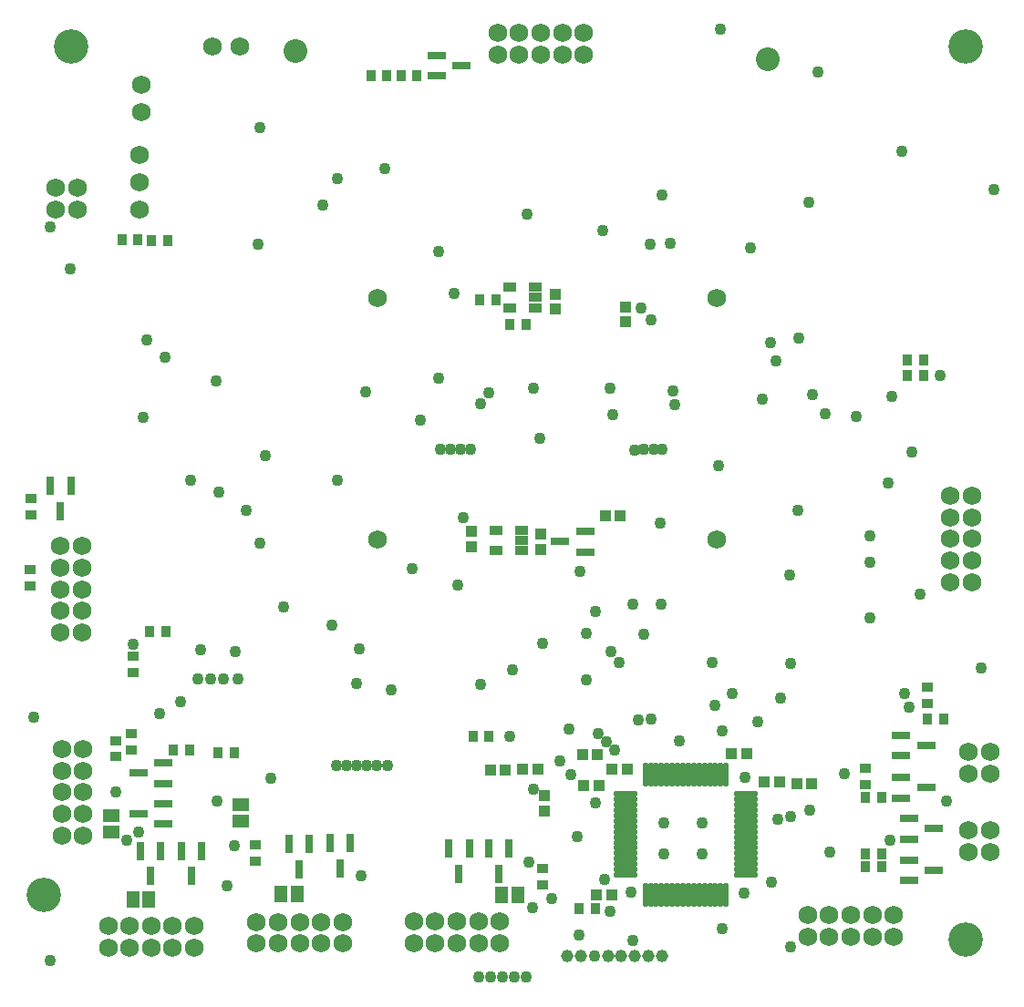
<source format=gbr>
%TF.GenerationSoftware,Altium Limited,Altium Designer,18.1.7 (191)*%
G04 Layer_Color=16711935*
%FSLAX43Y43*%
%MOMM*%
%TF.FileFunction,Soldermask,Bot*%
%TF.Part,Single*%
G01*
G75*
%TA.AperFunction,SMDPad,CuDef*%
%ADD76O,2.303X0.503*%
%ADD77O,0.503X2.303*%
%ADD78R,0.903X1.103*%
%ADD79R,1.653X0.803*%
%ADD80R,1.603X1.303*%
%ADD81R,0.803X1.653*%
%ADD82R,1.103X0.903*%
%ADD83R,1.303X1.603*%
%ADD84R,1.303X0.853*%
%ADD85R,1.003X1.103*%
%ADD86R,1.103X1.003*%
%TA.AperFunction,ComponentPad*%
%ADD87C,1.727*%
%TA.AperFunction,ViaPad*%
%ADD88C,2.203*%
%ADD89C,3.203*%
%TA.AperFunction,ComponentPad*%
%ADD90C,1.153*%
%ADD91C,1.103*%
%TA.AperFunction,ViaPad*%
%ADD92C,1.103*%
D76*
X83950Y34350D02*
D03*
Y34850D02*
D03*
Y33350D02*
D03*
Y33850D02*
D03*
Y31350D02*
D03*
Y31850D02*
D03*
Y30850D02*
D03*
Y32850D02*
D03*
Y32350D02*
D03*
Y29850D02*
D03*
Y30350D02*
D03*
Y27850D02*
D03*
Y28350D02*
D03*
Y27350D02*
D03*
Y29350D02*
D03*
Y28850D02*
D03*
X72750Y34850D02*
D03*
Y34350D02*
D03*
Y32350D02*
D03*
Y32850D02*
D03*
Y31850D02*
D03*
Y33850D02*
D03*
Y33350D02*
D03*
Y29850D02*
D03*
Y30350D02*
D03*
Y29350D02*
D03*
Y31350D02*
D03*
Y30850D02*
D03*
Y28850D02*
D03*
Y28350D02*
D03*
Y27850D02*
D03*
Y27350D02*
D03*
D77*
X82100Y36700D02*
D03*
X81600D02*
D03*
X80600D02*
D03*
X80100D02*
D03*
X81100D02*
D03*
X79100D02*
D03*
X79600D02*
D03*
X78600D02*
D03*
X78100D02*
D03*
X77600D02*
D03*
X79100Y25500D02*
D03*
X78600D02*
D03*
X79600D02*
D03*
X77600D02*
D03*
X78100D02*
D03*
X81600D02*
D03*
X81100D02*
D03*
X82100D02*
D03*
X80100D02*
D03*
X80600D02*
D03*
X76600Y36700D02*
D03*
X76100D02*
D03*
X77100D02*
D03*
X74600D02*
D03*
X75600D02*
D03*
X75100D02*
D03*
X76600Y25500D02*
D03*
X77100D02*
D03*
X75600D02*
D03*
X75100D02*
D03*
X76100D02*
D03*
X74600D02*
D03*
D78*
X30775Y38950D02*
D03*
X32275D02*
D03*
X60100Y40250D02*
D03*
X58600D02*
D03*
X34925Y38700D02*
D03*
X36425D02*
D03*
X95025Y29300D02*
D03*
X96525D02*
D03*
X50625Y101575D02*
D03*
X49125D02*
D03*
X30275Y86300D02*
D03*
X28775D02*
D03*
X27500Y86325D02*
D03*
X26000D02*
D03*
X95050Y34525D02*
D03*
X96550D02*
D03*
X51900Y101575D02*
D03*
X53400D02*
D03*
X95075Y28075D02*
D03*
X96575D02*
D03*
X60750Y80800D02*
D03*
X59250D02*
D03*
X62025Y78500D02*
D03*
X63525D02*
D03*
X68475Y24175D02*
D03*
X69975D02*
D03*
X98950Y75200D02*
D03*
X100450D02*
D03*
X98950Y73725D02*
D03*
X100450D02*
D03*
X30100Y49975D02*
D03*
X28600D02*
D03*
X102300Y41800D02*
D03*
X100800D02*
D03*
D79*
X29875Y37750D02*
D03*
Y35850D02*
D03*
X27525Y36800D02*
D03*
X29875Y33950D02*
D03*
Y32050D02*
D03*
X27525Y33000D02*
D03*
X101425Y31625D02*
D03*
X99075Y32575D02*
D03*
Y30675D02*
D03*
X100675Y39375D02*
D03*
X98325Y40325D02*
D03*
Y38425D02*
D03*
X57550Y102525D02*
D03*
X55200Y103475D02*
D03*
Y101575D02*
D03*
X66700Y58300D02*
D03*
X69050Y57350D02*
D03*
Y59250D02*
D03*
X100675Y35450D02*
D03*
X98325Y36400D02*
D03*
Y34500D02*
D03*
X101425Y27775D02*
D03*
X99075Y28725D02*
D03*
Y26825D02*
D03*
D80*
X24975Y32850D02*
D03*
Y31350D02*
D03*
X37075Y32325D02*
D03*
Y33825D02*
D03*
D81*
X45300Y30325D02*
D03*
X47200D02*
D03*
X46250Y27975D02*
D03*
X60050Y29800D02*
D03*
X61950D02*
D03*
X61000Y27450D02*
D03*
X27725Y29575D02*
D03*
X29625D02*
D03*
X28675Y27225D02*
D03*
X41525Y30200D02*
D03*
X43425D02*
D03*
X42475Y27850D02*
D03*
X20300Y61125D02*
D03*
X21250Y63475D02*
D03*
X19350D02*
D03*
X56350Y29800D02*
D03*
X58250D02*
D03*
X57300Y27450D02*
D03*
X31500Y29575D02*
D03*
X33400D02*
D03*
X32450Y27225D02*
D03*
D82*
X38375Y28600D02*
D03*
Y30100D02*
D03*
X65075Y27925D02*
D03*
Y26425D02*
D03*
X26850Y40475D02*
D03*
Y38975D02*
D03*
X95050Y35750D02*
D03*
Y37250D02*
D03*
X17500Y55675D02*
D03*
Y54175D02*
D03*
X25475Y38325D02*
D03*
Y39825D02*
D03*
X17600Y60825D02*
D03*
Y62325D02*
D03*
X27050Y46150D02*
D03*
Y47650D02*
D03*
X100800Y44750D02*
D03*
Y43250D02*
D03*
D83*
X62775Y25500D02*
D03*
X61275D02*
D03*
X27025Y25075D02*
D03*
X28525D02*
D03*
X40750Y25550D02*
D03*
X42250D02*
D03*
D84*
X60750Y59375D02*
D03*
Y57475D02*
D03*
X63150D02*
D03*
Y58425D02*
D03*
Y59375D02*
D03*
X61975Y81950D02*
D03*
Y80050D02*
D03*
X64375D02*
D03*
Y81000D02*
D03*
Y81950D02*
D03*
D85*
X82600Y38625D02*
D03*
X84000D02*
D03*
X60200Y37050D02*
D03*
X61600D02*
D03*
X72275Y60700D02*
D03*
X70875D02*
D03*
X85650Y35950D02*
D03*
X87050D02*
D03*
X90050Y35825D02*
D03*
X88650D02*
D03*
X63200Y37175D02*
D03*
X64600D02*
D03*
X68875Y35625D02*
D03*
X70275D02*
D03*
X71475Y25500D02*
D03*
X70075D02*
D03*
X70150Y38550D02*
D03*
X68750D02*
D03*
X72900Y37150D02*
D03*
X71500D02*
D03*
D86*
X65225Y34700D02*
D03*
Y33300D02*
D03*
X72725Y80125D02*
D03*
Y78725D02*
D03*
X58450Y59225D02*
D03*
Y57825D02*
D03*
X64875Y57600D02*
D03*
Y59000D02*
D03*
X66275Y81300D02*
D03*
Y79900D02*
D03*
D87*
X104625Y38750D02*
D03*
Y36750D02*
D03*
X106625Y38750D02*
D03*
Y36750D02*
D03*
X53100Y23000D02*
D03*
Y21000D02*
D03*
X55100Y23000D02*
D03*
Y21000D02*
D03*
X57100Y23000D02*
D03*
Y21000D02*
D03*
X59100Y23000D02*
D03*
Y21000D02*
D03*
X61100Y23000D02*
D03*
Y21000D02*
D03*
X20400Y39025D02*
D03*
X22400D02*
D03*
X20400Y37025D02*
D03*
X22400D02*
D03*
X20400Y35025D02*
D03*
X22400D02*
D03*
X20400Y33025D02*
D03*
X22400D02*
D03*
X20400Y31025D02*
D03*
X22400D02*
D03*
X27600Y89160D02*
D03*
Y91700D02*
D03*
Y94240D02*
D03*
X89675Y21625D02*
D03*
Y23625D02*
D03*
X91675Y21625D02*
D03*
Y23625D02*
D03*
X93675Y21625D02*
D03*
Y23625D02*
D03*
X95675Y21625D02*
D03*
Y23625D02*
D03*
X97675Y21625D02*
D03*
Y23625D02*
D03*
X104600Y31475D02*
D03*
Y29475D02*
D03*
X106600Y31475D02*
D03*
Y29475D02*
D03*
X27775Y98250D02*
D03*
Y100775D02*
D03*
X46500Y22975D02*
D03*
Y20975D02*
D03*
X44500Y22975D02*
D03*
Y20975D02*
D03*
X42500Y22975D02*
D03*
Y20975D02*
D03*
X40500Y22975D02*
D03*
Y20975D02*
D03*
X38500Y22975D02*
D03*
Y20975D02*
D03*
X32725Y22575D02*
D03*
Y20575D02*
D03*
X30725Y22575D02*
D03*
Y20575D02*
D03*
X28725Y22575D02*
D03*
Y20575D02*
D03*
X26725Y22575D02*
D03*
Y20575D02*
D03*
X24725Y22575D02*
D03*
Y20575D02*
D03*
X20275Y49875D02*
D03*
Y51875D02*
D03*
Y55875D02*
D03*
X22275Y51875D02*
D03*
X20275Y53875D02*
D03*
X22275Y49875D02*
D03*
Y53875D02*
D03*
X20275Y57875D02*
D03*
X22275Y55875D02*
D03*
Y57875D02*
D03*
X104900Y54550D02*
D03*
X102900D02*
D03*
X104900Y56550D02*
D03*
X102900D02*
D03*
X104900Y58550D02*
D03*
X102900D02*
D03*
X104900Y60550D02*
D03*
X102900D02*
D03*
X104900Y62550D02*
D03*
X102900D02*
D03*
X34400Y104325D02*
D03*
X36925D02*
D03*
X81250Y58500D02*
D03*
Y80900D02*
D03*
X49750D02*
D03*
Y58500D02*
D03*
X68900Y105575D02*
D03*
Y103575D02*
D03*
X66900Y105575D02*
D03*
Y103575D02*
D03*
X64900Y105575D02*
D03*
Y103575D02*
D03*
X62900Y105575D02*
D03*
Y103575D02*
D03*
X60900Y105575D02*
D03*
Y103575D02*
D03*
X21850Y89150D02*
D03*
Y91150D02*
D03*
X19850Y89150D02*
D03*
Y91150D02*
D03*
D88*
X85950Y103100D02*
D03*
X42125Y103875D02*
D03*
D89*
X104350Y21325D02*
D03*
X104325Y104350D02*
D03*
X21300Y104350D02*
D03*
X18775Y25525D02*
D03*
D90*
X76125Y19825D02*
D03*
X74875D02*
D03*
X73625D02*
D03*
X72375D02*
D03*
X71125D02*
D03*
X68625D02*
D03*
X67375D02*
D03*
D91*
X69875D02*
D03*
D92*
X50675Y37500D02*
D03*
X49650D02*
D03*
X46875Y37475D02*
D03*
X47825Y37500D02*
D03*
X45925D02*
D03*
X48700D02*
D03*
X39825Y36300D02*
D03*
X88825Y77225D02*
D03*
X84400Y85600D02*
D03*
X95450Y56425D02*
D03*
X88750Y61200D02*
D03*
X71450Y48075D02*
D03*
X60025Y72150D02*
D03*
X71350Y72575D02*
D03*
X26475Y30525D02*
D03*
X41000Y52225D02*
D03*
X45475Y50550D02*
D03*
X46025Y63975D02*
D03*
X48650Y72225D02*
D03*
X51025Y44550D02*
D03*
X47800Y45150D02*
D03*
X64175Y35325D02*
D03*
X69150Y45425D02*
D03*
X27550Y31300D02*
D03*
X77725Y39800D02*
D03*
X75150Y41825D02*
D03*
X63775Y28500D02*
D03*
X19325Y87550D02*
D03*
X61975Y40200D02*
D03*
X62300Y46375D02*
D03*
X37525Y61200D02*
D03*
X76325Y29325D02*
D03*
X105800Y46600D02*
D03*
X89900Y33375D02*
D03*
X75100Y78875D02*
D03*
X74200Y80050D02*
D03*
X98675Y44175D02*
D03*
X73450Y21250D02*
D03*
X66675Y37900D02*
D03*
X71600Y70100D02*
D03*
X86775Y75100D02*
D03*
X59125Y17850D02*
D03*
X81550Y105900D02*
D03*
X106950Y91050D02*
D03*
X98425Y94575D02*
D03*
X91700Y29500D02*
D03*
X57225Y54275D02*
D03*
X39300Y66325D02*
D03*
X34750Y73275D02*
D03*
X27975Y69875D02*
D03*
X38775Y58150D02*
D03*
X32350Y64025D02*
D03*
X48050Y48325D02*
D03*
X67675Y36625D02*
D03*
X83775Y25625D02*
D03*
X86300Y26650D02*
D03*
X67550Y40925D02*
D03*
X65900Y25125D02*
D03*
X73300Y25725D02*
D03*
X95450Y51225D02*
D03*
X95475Y58800D02*
D03*
X74425Y49700D02*
D03*
X73425Y52500D02*
D03*
X87975Y55175D02*
D03*
X82700Y44175D02*
D03*
X88125Y47000D02*
D03*
X69150Y49775D02*
D03*
X76075Y52500D02*
D03*
X76000Y60025D02*
D03*
X64250Y72600D02*
D03*
X57725Y60575D02*
D03*
X64775Y67875D02*
D03*
X73950Y41725D02*
D03*
X55400Y73475D02*
D03*
X81750Y22350D02*
D03*
X91325Y70200D02*
D03*
X38675Y85900D02*
D03*
X36525Y48125D02*
D03*
X44625Y89550D02*
D03*
X76125Y90475D02*
D03*
X90100Y71950D02*
D03*
X99075Y42950D02*
D03*
X94175Y69950D02*
D03*
X21225Y83625D02*
D03*
X72175Y47100D02*
D03*
X38825Y96750D02*
D03*
X85000Y41575D02*
D03*
X70675Y87225D02*
D03*
X19325Y19400D02*
D03*
X87175Y43800D02*
D03*
X88125Y20675D02*
D03*
X102600Y34200D02*
D03*
X64125Y24300D02*
D03*
X55400Y85250D02*
D03*
X56825Y81325D02*
D03*
X75075Y85950D02*
D03*
X63625Y88725D02*
D03*
X90600Y101975D02*
D03*
X89750Y89850D02*
D03*
X17825Y42000D02*
D03*
X59300Y45075D02*
D03*
X70800Y26950D02*
D03*
X83825Y36375D02*
D03*
X76325Y32150D02*
D03*
X79900D02*
D03*
Y29300D02*
D03*
X100100Y53425D02*
D03*
X99350Y66650D02*
D03*
X97125Y63750D02*
D03*
X77175Y72275D02*
D03*
X86225Y76750D02*
D03*
X85450Y71525D02*
D03*
X81375Y65350D02*
D03*
X46025Y92025D02*
D03*
X50425Y92925D02*
D03*
X30000Y75475D02*
D03*
X28325Y77050D02*
D03*
X53700Y69600D02*
D03*
X81075Y43100D02*
D03*
X80775Y47100D02*
D03*
X69975Y51800D02*
D03*
X57425Y66900D02*
D03*
X58400D02*
D03*
X56500D02*
D03*
X55575D02*
D03*
X68250Y30875D02*
D03*
X36475Y30075D02*
D03*
X34875Y34175D02*
D03*
X29500Y42350D02*
D03*
X25475Y35075D02*
D03*
X71300Y23975D02*
D03*
X81750Y40700D02*
D03*
X69990Y34010D02*
D03*
X97350Y30550D02*
D03*
X65075Y48850D02*
D03*
X68500Y55550D02*
D03*
X59275Y71150D02*
D03*
X77350Y71025D02*
D03*
X88075Y32775D02*
D03*
X86900Y32550D02*
D03*
X101975Y73725D02*
D03*
X76900Y86025D02*
D03*
X31475Y43400D02*
D03*
X35000Y62900D02*
D03*
X27050Y48775D02*
D03*
X97450Y71800D02*
D03*
X63575Y17850D02*
D03*
X62400D02*
D03*
X61325D02*
D03*
X60275D02*
D03*
X70250Y40450D02*
D03*
X71787Y38987D02*
D03*
X71025Y39700D02*
D03*
X93125Y36725D02*
D03*
X35750Y26300D02*
D03*
X48225Y27250D02*
D03*
X33325Y48300D02*
D03*
X52925Y55825D02*
D03*
X33050Y45525D02*
D03*
X34225Y45550D02*
D03*
X35425Y45525D02*
D03*
X36775D02*
D03*
X68450Y21725D02*
D03*
X74500Y66850D02*
D03*
X73650Y66825D02*
D03*
X75350Y66850D02*
D03*
X76175D02*
D03*
%TF.MD5,5698f990e1d4a646c159d0738c403087*%
M02*

</source>
